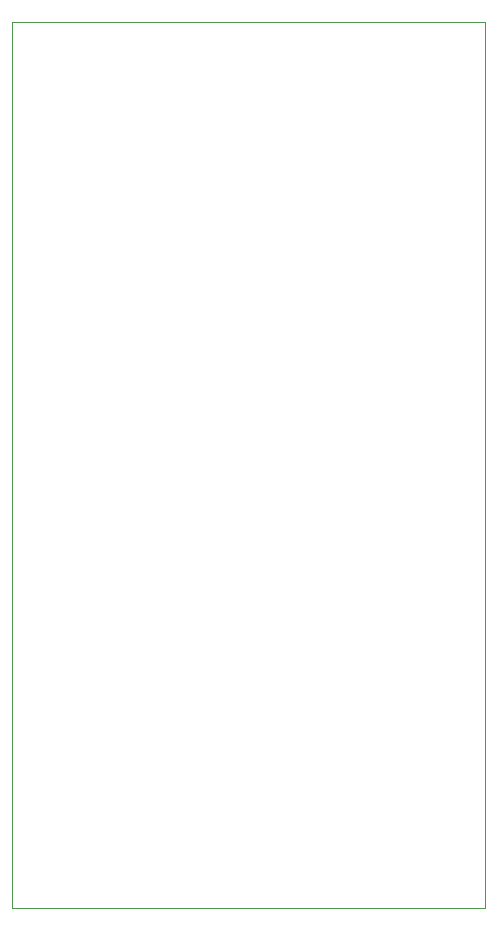
<source format=gbr>
%TF.GenerationSoftware,KiCad,Pcbnew,9.0.6-9.0.6~ubuntu22.04.1*%
%TF.CreationDate,2025-11-25T00:54:23+02:00*%
%TF.ProjectId,pico,7069636f-2e6b-4696-9361-645f70636258,1*%
%TF.SameCoordinates,Original*%
%TF.FileFunction,Profile,NP*%
%FSLAX46Y46*%
G04 Gerber Fmt 4.6, Leading zero omitted, Abs format (unit mm)*
G04 Created by KiCad (PCBNEW 9.0.6-9.0.6~ubuntu22.04.1) date 2025-11-25 00:54:23*
%MOMM*%
%LPD*%
G01*
G04 APERTURE LIST*
%TA.AperFunction,Profile*%
%ADD10C,0.050000*%
%TD*%
G04 APERTURE END LIST*
D10*
X100000000Y-50000000D02*
X140000000Y-50000000D01*
X140000000Y-124950000D01*
X100000000Y-124950000D01*
X100000000Y-50000000D01*
M02*

</source>
